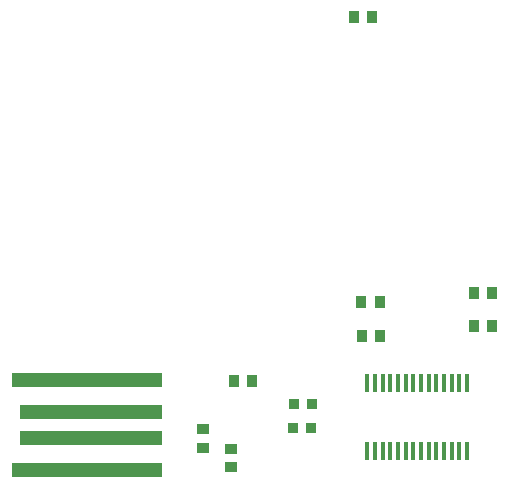
<source format=gtp>
G04*
G04 #@! TF.GenerationSoftware,Altium Limited,Altium Designer,24.10.1 (45)*
G04*
G04 Layer_Color=8421504*
%FSLAX44Y44*%
%MOMM*%
G71*
G04*
G04 #@! TF.SameCoordinates,03EB8B32-1028-4CD5-B254-22B402A092A0*
G04*
G04*
G04 #@! TF.FilePolarity,Positive*
G04*
G01*
G75*
%ADD16R,0.9200X0.9800*%
%ADD17R,0.9800X0.9200*%
%ADD18R,0.8700X0.9300*%
G04:AMPARAMS|DCode=19|XSize=1.5mm|YSize=0.41mm|CornerRadius=0.0513mm|HoleSize=0mm|Usage=FLASHONLY|Rotation=270.000|XOffset=0mm|YOffset=0mm|HoleType=Round|Shape=RoundedRectangle|*
%AMROUNDEDRECTD19*
21,1,1.5000,0.3075,0,0,270.0*
21,1,1.3975,0.4100,0,0,270.0*
1,1,0.1025,-0.1538,-0.6988*
1,1,0.1025,-0.1538,0.6988*
1,1,0.1025,0.1538,0.6988*
1,1,0.1025,0.1538,-0.6988*
%
%ADD19ROUNDEDRECTD19*%
%ADD20R,12.0650X1.2700*%
%ADD21R,12.7000X1.2700*%
D16*
X504320Y716280D02*
D03*
X488820D02*
D03*
X590420Y1024890D02*
D03*
X605920D02*
D03*
X612400Y754380D02*
D03*
X596900D02*
D03*
X691890Y763270D02*
D03*
X707390D02*
D03*
X596770Y783590D02*
D03*
X612270D02*
D03*
X707650Y791210D02*
D03*
X692150D02*
D03*
D17*
X486410Y659260D02*
D03*
Y643760D02*
D03*
X462280Y660140D02*
D03*
Y675640D02*
D03*
D18*
X555170Y697230D02*
D03*
X539570D02*
D03*
X554080Y676910D02*
D03*
X538480D02*
D03*
D19*
X686140Y656950D02*
D03*
X679640D02*
D03*
X673140D02*
D03*
X666640D02*
D03*
X660140D02*
D03*
X653640D02*
D03*
X647140D02*
D03*
X640640D02*
D03*
X634140D02*
D03*
X627640D02*
D03*
X621140D02*
D03*
X614640D02*
D03*
X608140D02*
D03*
X601640D02*
D03*
Y714650D02*
D03*
X608140D02*
D03*
X614640D02*
D03*
X621140D02*
D03*
X627640D02*
D03*
X634140D02*
D03*
X640640D02*
D03*
X647140D02*
D03*
X653640D02*
D03*
X660140D02*
D03*
X666640D02*
D03*
X673140D02*
D03*
X679640D02*
D03*
X686140D02*
D03*
D20*
X367665Y668655D02*
D03*
Y690245D02*
D03*
D21*
X364490Y717550D02*
D03*
Y641350D02*
D03*
M02*

</source>
